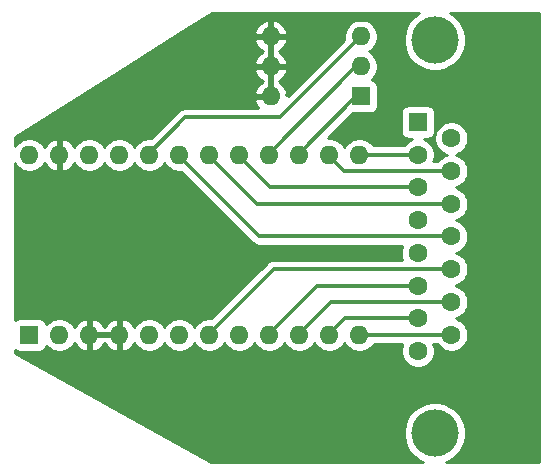
<source format=gbr>
%TF.GenerationSoftware,KiCad,Pcbnew,5.1.8*%
%TF.CreationDate,2021-01-07T17:22:46+01:00*%
%TF.ProjectId,gameport-adapter,67616d65-706f-4727-942d-616461707465,0.1*%
%TF.SameCoordinates,Original*%
%TF.FileFunction,Copper,L1,Top*%
%TF.FilePolarity,Positive*%
%FSLAX46Y46*%
G04 Gerber Fmt 4.6, Leading zero omitted, Abs format (unit mm)*
G04 Created by KiCad (PCBNEW 5.1.8) date 2021-01-07 17:22:46*
%MOMM*%
%LPD*%
G01*
G04 APERTURE LIST*
%TA.AperFunction,ComponentPad*%
%ADD10O,1.600000X1.600000*%
%TD*%
%TA.AperFunction,ComponentPad*%
%ADD11R,1.600000X1.600000*%
%TD*%
%TA.AperFunction,ComponentPad*%
%ADD12C,4.000000*%
%TD*%
%TA.AperFunction,ComponentPad*%
%ADD13C,1.600000*%
%TD*%
%TA.AperFunction,Conductor*%
%ADD14C,0.350000*%
%TD*%
%TA.AperFunction,Conductor*%
%ADD15C,0.254000*%
%TD*%
%TA.AperFunction,Conductor*%
%ADD16C,0.100000*%
%TD*%
G04 APERTURE END LIST*
D10*
%TO.P,SW1,6*%
%TO.N,GND*%
X99187000Y-76327000D03*
%TO.P,SW1,3*%
%TO.N,SW3*%
X106807000Y-71247000D03*
%TO.P,SW1,5*%
%TO.N,GND*%
X99187000Y-73787000D03*
%TO.P,SW1,2*%
%TO.N,SW2*%
X106807000Y-73787000D03*
%TO.P,SW1,4*%
%TO.N,GND*%
X99187000Y-71247000D03*
D11*
%TO.P,SW1,1*%
%TO.N,SW1*%
X106807000Y-76327000D03*
%TD*%
D10*
%TO.P,U1,24*%
%TO.N,N/C*%
X78740000Y-81280000D03*
%TO.P,U1,12*%
%TO.N,MIDI_RXD*%
X106680000Y-96520000D03*
%TO.P,U1,23*%
%TO.N,GND*%
X81280000Y-81280000D03*
%TO.P,U1,11*%
%TO.N,Button_2*%
X104140000Y-96520000D03*
%TO.P,U1,22*%
%TO.N,N/C*%
X83820000Y-81280000D03*
%TO.P,U1,10*%
%TO.N,Button_4*%
X101600000Y-96520000D03*
%TO.P,U1,21*%
%TO.N,VCC*%
X86360000Y-81280000D03*
%TO.P,U1,9*%
%TO.N,AxisY_1*%
X99060000Y-96520000D03*
%TO.P,U1,20*%
%TO.N,SW3*%
X88900000Y-81280000D03*
%TO.P,U1,8*%
%TO.N,N/C*%
X96520000Y-96520000D03*
%TO.P,U1,19*%
%TO.N,MIDI_TXD*%
X91440000Y-81280000D03*
%TO.P,U1,7*%
%TO.N,AxisY_2*%
X93980000Y-96520000D03*
%TO.P,U1,18*%
%TO.N,AxisX_2*%
X93980000Y-81280000D03*
%TO.P,U1,6*%
%TO.N,N/C*%
X91440000Y-96520000D03*
%TO.P,U1,17*%
%TO.N,AxisX_1*%
X96520000Y-81280000D03*
%TO.P,U1,5*%
%TO.N,N/C*%
X88900000Y-96520000D03*
%TO.P,U1,16*%
%TO.N,SW2*%
X99060000Y-81280000D03*
%TO.P,U1,4*%
%TO.N,GND*%
X86360000Y-96520000D03*
%TO.P,U1,15*%
%TO.N,SW1*%
X101600000Y-81280000D03*
%TO.P,U1,3*%
%TO.N,GND*%
X83820000Y-96520000D03*
%TO.P,U1,14*%
%TO.N,Button_3*%
X104140000Y-81280000D03*
%TO.P,U1,2*%
%TO.N,N/C*%
X81280000Y-96520000D03*
%TO.P,U1,13*%
%TO.N,Button_1*%
X106680000Y-81280000D03*
D11*
%TO.P,U1,1*%
%TO.N,N/C*%
X78740000Y-96520000D03*
%TD*%
D12*
%TO.P,CONN1,0*%
%TO.N,N/C*%
X113053000Y-71531000D03*
X113053000Y-104831000D03*
D13*
%TO.P,CONN1,15*%
%TO.N,MIDI_RXD*%
X114473000Y-96491000D03*
%TO.P,CONN1,14*%
%TO.N,Button_4*%
X114473000Y-93721000D03*
%TO.P,CONN1,13*%
%TO.N,AxisY_2*%
X114473000Y-90951000D03*
%TO.P,CONN1,12*%
%TO.N,MIDI_TXD*%
X114473000Y-88181000D03*
%TO.P,CONN1,11*%
%TO.N,AxisX_2*%
X114473000Y-85411000D03*
%TO.P,CONN1,10*%
%TO.N,Button_3*%
X114473000Y-82641000D03*
%TO.P,CONN1,9*%
%TO.N,VCC*%
X114473000Y-79871000D03*
%TO.P,CONN1,8*%
X111633000Y-97876000D03*
%TO.P,CONN1,7*%
%TO.N,Button_2*%
X111633000Y-95106000D03*
%TO.P,CONN1,6*%
%TO.N,AxisY_1*%
X111633000Y-92336000D03*
%TO.P,CONN1,5*%
%TO.N,GND*%
X111633000Y-89566000D03*
%TO.P,CONN1,4*%
X111633000Y-86796000D03*
%TO.P,CONN1,3*%
%TO.N,AxisX_1*%
X111633000Y-84026000D03*
%TO.P,CONN1,2*%
%TO.N,Button_1*%
X111633000Y-81256000D03*
D11*
%TO.P,CONN1,1*%
%TO.N,VCC*%
X111633000Y-78486000D03*
%TD*%
D14*
%TO.N,Button_4*%
X104272000Y-93721000D02*
X101473000Y-96520000D01*
X114473000Y-93721000D02*
X104272000Y-93721000D01*
%TO.N,Button_3*%
X105374000Y-82641000D02*
X104013000Y-81280000D01*
X114473000Y-82641000D02*
X105374000Y-82641000D01*
%TO.N,AxisY_2*%
X99422000Y-90951000D02*
X93853000Y-96520000D01*
X114473000Y-90951000D02*
X99422000Y-90951000D01*
%TO.N,Button_2*%
X105427000Y-95106000D02*
X104013000Y-96520000D01*
X111633000Y-95106000D02*
X105427000Y-95106000D01*
%TO.N,AxisX_2*%
X97984000Y-85411000D02*
X93853000Y-81280000D01*
X114473000Y-85411000D02*
X97984000Y-85411000D01*
%TO.N,Button_1*%
X106577000Y-81256000D02*
X106553000Y-81280000D01*
X111633000Y-81256000D02*
X106577000Y-81256000D01*
%TO.N,AxisY_1*%
X103117000Y-92336000D02*
X98933000Y-96520000D01*
X111633000Y-92336000D02*
X103117000Y-92336000D01*
%TO.N,AxisX_1*%
X99139000Y-84026000D02*
X96393000Y-81280000D01*
X111633000Y-84026000D02*
X99139000Y-84026000D01*
%TO.N,MIDI_RXD*%
X106582000Y-96491000D02*
X106553000Y-96520000D01*
X114473000Y-96491000D02*
X106582000Y-96491000D01*
%TO.N,MIDI_TXD*%
X98214000Y-88181000D02*
X91313000Y-81280000D01*
X114473000Y-88181000D02*
X98214000Y-88181000D01*
%TO.N,SW3*%
X99949000Y-78105000D02*
X106807000Y-71247000D01*
X91948000Y-78105000D02*
X99949000Y-78105000D01*
X88773000Y-81280000D02*
X91948000Y-78105000D01*
%TO.N,SW2*%
X106426000Y-73787000D02*
X106807000Y-73787000D01*
X98933000Y-81280000D02*
X106426000Y-73787000D01*
%TO.N,SW1*%
X106426000Y-76327000D02*
X106807000Y-76327000D01*
X101473000Y-81280000D02*
X106426000Y-76327000D01*
%TD*%
D15*
%TO.N,GND*%
X111373285Y-69484262D02*
X111006262Y-69851285D01*
X110717893Y-70282859D01*
X110519261Y-70762399D01*
X110418000Y-71271475D01*
X110418000Y-71790525D01*
X110519261Y-72299601D01*
X110717893Y-72779141D01*
X111006262Y-73210715D01*
X111373285Y-73577738D01*
X111804859Y-73866107D01*
X112284399Y-74064739D01*
X112793475Y-74166000D01*
X113312525Y-74166000D01*
X113821601Y-74064739D01*
X114301141Y-73866107D01*
X114732715Y-73577738D01*
X115099738Y-73210715D01*
X115388107Y-72779141D01*
X115586739Y-72299601D01*
X115688000Y-71790525D01*
X115688000Y-71271475D01*
X115586739Y-70762399D01*
X115388107Y-70282859D01*
X115099738Y-69851285D01*
X114732715Y-69484262D01*
X114367152Y-69240000D01*
X121895000Y-69240000D01*
X121895001Y-107290000D01*
X114002037Y-107290000D01*
X114301141Y-107166107D01*
X114732715Y-106877738D01*
X115099738Y-106510715D01*
X115388107Y-106079141D01*
X115586739Y-105599601D01*
X115688000Y-105090525D01*
X115688000Y-104571475D01*
X115586739Y-104062399D01*
X115388107Y-103582859D01*
X115099738Y-103151285D01*
X114732715Y-102784262D01*
X114301141Y-102495893D01*
X113821601Y-102297261D01*
X113312525Y-102196000D01*
X112793475Y-102196000D01*
X112284399Y-102297261D01*
X111804859Y-102495893D01*
X111373285Y-102784262D01*
X111006262Y-103151285D01*
X110717893Y-103582859D01*
X110519261Y-104062399D01*
X110418000Y-104571475D01*
X110418000Y-105090525D01*
X110519261Y-105599601D01*
X110717893Y-106079141D01*
X111006262Y-106510715D01*
X111373285Y-106877738D01*
X111804859Y-107166107D01*
X112103963Y-107290000D01*
X94151023Y-107290000D01*
X77495000Y-98036655D01*
X77495000Y-97776261D01*
X77585506Y-97850537D01*
X77695820Y-97909502D01*
X77815518Y-97945812D01*
X77940000Y-97958072D01*
X79540000Y-97958072D01*
X79664482Y-97945812D01*
X79784180Y-97909502D01*
X79894494Y-97850537D01*
X79991185Y-97771185D01*
X80070537Y-97674494D01*
X80129502Y-97564180D01*
X80165812Y-97444482D01*
X80166643Y-97436039D01*
X80365241Y-97634637D01*
X80600273Y-97791680D01*
X80861426Y-97899853D01*
X81138665Y-97955000D01*
X81421335Y-97955000D01*
X81698574Y-97899853D01*
X81959727Y-97791680D01*
X82194759Y-97634637D01*
X82394637Y-97434759D01*
X82551680Y-97199727D01*
X82556067Y-97189135D01*
X82667615Y-97375131D01*
X82856586Y-97583519D01*
X83082580Y-97751037D01*
X83336913Y-97871246D01*
X83470961Y-97911904D01*
X83693000Y-97789915D01*
X83693000Y-96647000D01*
X83947000Y-96647000D01*
X83947000Y-97789915D01*
X84169039Y-97911904D01*
X84303087Y-97871246D01*
X84557420Y-97751037D01*
X84783414Y-97583519D01*
X84972385Y-97375131D01*
X85090000Y-97179018D01*
X85207615Y-97375131D01*
X85396586Y-97583519D01*
X85622580Y-97751037D01*
X85876913Y-97871246D01*
X86010961Y-97911904D01*
X86233000Y-97789915D01*
X86233000Y-96647000D01*
X83947000Y-96647000D01*
X83693000Y-96647000D01*
X83673000Y-96647000D01*
X83673000Y-96393000D01*
X83693000Y-96393000D01*
X83693000Y-95250085D01*
X83947000Y-95250085D01*
X83947000Y-96393000D01*
X86233000Y-96393000D01*
X86233000Y-95250085D01*
X86010961Y-95128096D01*
X85876913Y-95168754D01*
X85622580Y-95288963D01*
X85396586Y-95456481D01*
X85207615Y-95664869D01*
X85090000Y-95860982D01*
X84972385Y-95664869D01*
X84783414Y-95456481D01*
X84557420Y-95288963D01*
X84303087Y-95168754D01*
X84169039Y-95128096D01*
X83947000Y-95250085D01*
X83693000Y-95250085D01*
X83470961Y-95128096D01*
X83336913Y-95168754D01*
X83082580Y-95288963D01*
X82856586Y-95456481D01*
X82667615Y-95664869D01*
X82556067Y-95850865D01*
X82551680Y-95840273D01*
X82394637Y-95605241D01*
X82194759Y-95405363D01*
X81959727Y-95248320D01*
X81698574Y-95140147D01*
X81421335Y-95085000D01*
X81138665Y-95085000D01*
X80861426Y-95140147D01*
X80600273Y-95248320D01*
X80365241Y-95405363D01*
X80166643Y-95603961D01*
X80165812Y-95595518D01*
X80129502Y-95475820D01*
X80070537Y-95365506D01*
X79991185Y-95268815D01*
X79894494Y-95189463D01*
X79784180Y-95130498D01*
X79664482Y-95094188D01*
X79540000Y-95081928D01*
X77940000Y-95081928D01*
X77815518Y-95094188D01*
X77695820Y-95130498D01*
X77585506Y-95189463D01*
X77495000Y-95263739D01*
X77495000Y-81999657D01*
X77625363Y-82194759D01*
X77825241Y-82394637D01*
X78060273Y-82551680D01*
X78321426Y-82659853D01*
X78598665Y-82715000D01*
X78881335Y-82715000D01*
X79158574Y-82659853D01*
X79419727Y-82551680D01*
X79654759Y-82394637D01*
X79854637Y-82194759D01*
X80011680Y-81959727D01*
X80016067Y-81949135D01*
X80127615Y-82135131D01*
X80316586Y-82343519D01*
X80542580Y-82511037D01*
X80796913Y-82631246D01*
X80930961Y-82671904D01*
X81153000Y-82549915D01*
X81153000Y-81407000D01*
X81133000Y-81407000D01*
X81133000Y-81153000D01*
X81153000Y-81153000D01*
X81153000Y-80010085D01*
X81407000Y-80010085D01*
X81407000Y-81153000D01*
X81427000Y-81153000D01*
X81427000Y-81407000D01*
X81407000Y-81407000D01*
X81407000Y-82549915D01*
X81629039Y-82671904D01*
X81763087Y-82631246D01*
X82017420Y-82511037D01*
X82243414Y-82343519D01*
X82432385Y-82135131D01*
X82543933Y-81949135D01*
X82548320Y-81959727D01*
X82705363Y-82194759D01*
X82905241Y-82394637D01*
X83140273Y-82551680D01*
X83401426Y-82659853D01*
X83678665Y-82715000D01*
X83961335Y-82715000D01*
X84238574Y-82659853D01*
X84499727Y-82551680D01*
X84734759Y-82394637D01*
X84934637Y-82194759D01*
X85090000Y-81962241D01*
X85245363Y-82194759D01*
X85445241Y-82394637D01*
X85680273Y-82551680D01*
X85941426Y-82659853D01*
X86218665Y-82715000D01*
X86501335Y-82715000D01*
X86778574Y-82659853D01*
X87039727Y-82551680D01*
X87274759Y-82394637D01*
X87474637Y-82194759D01*
X87630000Y-81962241D01*
X87785363Y-82194759D01*
X87985241Y-82394637D01*
X88220273Y-82551680D01*
X88481426Y-82659853D01*
X88758665Y-82715000D01*
X89041335Y-82715000D01*
X89318574Y-82659853D01*
X89579727Y-82551680D01*
X89814759Y-82394637D01*
X90014637Y-82194759D01*
X90170000Y-81962241D01*
X90325363Y-82194759D01*
X90525241Y-82394637D01*
X90760273Y-82551680D01*
X91021426Y-82659853D01*
X91298665Y-82715000D01*
X91581335Y-82715000D01*
X91598978Y-82711490D01*
X97613105Y-88725618D01*
X97638472Y-88756528D01*
X97761811Y-88857749D01*
X97902527Y-88932963D01*
X98055212Y-88979280D01*
X98174209Y-88991000D01*
X98174212Y-88991000D01*
X98214000Y-88994919D01*
X98253788Y-88991000D01*
X110317539Y-88991000D01*
X110275429Y-89079996D01*
X110206700Y-89354184D01*
X110192783Y-89636512D01*
X110234213Y-89916130D01*
X110314630Y-90141000D01*
X99461787Y-90141000D01*
X99421999Y-90137081D01*
X99382211Y-90141000D01*
X99382209Y-90141000D01*
X99263212Y-90152720D01*
X99110527Y-90199037D01*
X99045024Y-90234049D01*
X98969810Y-90274251D01*
X98914210Y-90319881D01*
X98846472Y-90375472D01*
X98821105Y-90406382D01*
X94138978Y-95088510D01*
X94121335Y-95085000D01*
X93838665Y-95085000D01*
X93561426Y-95140147D01*
X93300273Y-95248320D01*
X93065241Y-95405363D01*
X92865363Y-95605241D01*
X92710000Y-95837759D01*
X92554637Y-95605241D01*
X92354759Y-95405363D01*
X92119727Y-95248320D01*
X91858574Y-95140147D01*
X91581335Y-95085000D01*
X91298665Y-95085000D01*
X91021426Y-95140147D01*
X90760273Y-95248320D01*
X90525241Y-95405363D01*
X90325363Y-95605241D01*
X90170000Y-95837759D01*
X90014637Y-95605241D01*
X89814759Y-95405363D01*
X89579727Y-95248320D01*
X89318574Y-95140147D01*
X89041335Y-95085000D01*
X88758665Y-95085000D01*
X88481426Y-95140147D01*
X88220273Y-95248320D01*
X87985241Y-95405363D01*
X87785363Y-95605241D01*
X87628320Y-95840273D01*
X87623933Y-95850865D01*
X87512385Y-95664869D01*
X87323414Y-95456481D01*
X87097420Y-95288963D01*
X86843087Y-95168754D01*
X86709039Y-95128096D01*
X86487000Y-95250085D01*
X86487000Y-96393000D01*
X86507000Y-96393000D01*
X86507000Y-96647000D01*
X86487000Y-96647000D01*
X86487000Y-97789915D01*
X86709039Y-97911904D01*
X86843087Y-97871246D01*
X87097420Y-97751037D01*
X87323414Y-97583519D01*
X87512385Y-97375131D01*
X87623933Y-97189135D01*
X87628320Y-97199727D01*
X87785363Y-97434759D01*
X87985241Y-97634637D01*
X88220273Y-97791680D01*
X88481426Y-97899853D01*
X88758665Y-97955000D01*
X89041335Y-97955000D01*
X89318574Y-97899853D01*
X89579727Y-97791680D01*
X89814759Y-97634637D01*
X90014637Y-97434759D01*
X90170000Y-97202241D01*
X90325363Y-97434759D01*
X90525241Y-97634637D01*
X90760273Y-97791680D01*
X91021426Y-97899853D01*
X91298665Y-97955000D01*
X91581335Y-97955000D01*
X91858574Y-97899853D01*
X92119727Y-97791680D01*
X92354759Y-97634637D01*
X92554637Y-97434759D01*
X92710000Y-97202241D01*
X92865363Y-97434759D01*
X93065241Y-97634637D01*
X93300273Y-97791680D01*
X93561426Y-97899853D01*
X93838665Y-97955000D01*
X94121335Y-97955000D01*
X94398574Y-97899853D01*
X94659727Y-97791680D01*
X94894759Y-97634637D01*
X95094637Y-97434759D01*
X95250000Y-97202241D01*
X95405363Y-97434759D01*
X95605241Y-97634637D01*
X95840273Y-97791680D01*
X96101426Y-97899853D01*
X96378665Y-97955000D01*
X96661335Y-97955000D01*
X96938574Y-97899853D01*
X97199727Y-97791680D01*
X97434759Y-97634637D01*
X97634637Y-97434759D01*
X97790000Y-97202241D01*
X97945363Y-97434759D01*
X98145241Y-97634637D01*
X98380273Y-97791680D01*
X98641426Y-97899853D01*
X98918665Y-97955000D01*
X99201335Y-97955000D01*
X99478574Y-97899853D01*
X99739727Y-97791680D01*
X99974759Y-97634637D01*
X100174637Y-97434759D01*
X100330000Y-97202241D01*
X100485363Y-97434759D01*
X100685241Y-97634637D01*
X100920273Y-97791680D01*
X101181426Y-97899853D01*
X101458665Y-97955000D01*
X101741335Y-97955000D01*
X102018574Y-97899853D01*
X102279727Y-97791680D01*
X102514759Y-97634637D01*
X102714637Y-97434759D01*
X102870000Y-97202241D01*
X103025363Y-97434759D01*
X103225241Y-97634637D01*
X103460273Y-97791680D01*
X103721426Y-97899853D01*
X103998665Y-97955000D01*
X104281335Y-97955000D01*
X104558574Y-97899853D01*
X104819727Y-97791680D01*
X105054759Y-97634637D01*
X105254637Y-97434759D01*
X105410000Y-97202241D01*
X105565363Y-97434759D01*
X105765241Y-97634637D01*
X106000273Y-97791680D01*
X106261426Y-97899853D01*
X106538665Y-97955000D01*
X106821335Y-97955000D01*
X107098574Y-97899853D01*
X107359727Y-97791680D01*
X107594759Y-97634637D01*
X107794637Y-97434759D01*
X107884012Y-97301000D01*
X110317941Y-97301000D01*
X110253147Y-97457426D01*
X110198000Y-97734665D01*
X110198000Y-98017335D01*
X110253147Y-98294574D01*
X110361320Y-98555727D01*
X110518363Y-98790759D01*
X110718241Y-98990637D01*
X110953273Y-99147680D01*
X111214426Y-99255853D01*
X111491665Y-99311000D01*
X111774335Y-99311000D01*
X112051574Y-99255853D01*
X112312727Y-99147680D01*
X112547759Y-98990637D01*
X112747637Y-98790759D01*
X112904680Y-98555727D01*
X113012853Y-98294574D01*
X113068000Y-98017335D01*
X113068000Y-97734665D01*
X113012853Y-97457426D01*
X112948059Y-97301000D01*
X113288365Y-97301000D01*
X113358363Y-97405759D01*
X113558241Y-97605637D01*
X113793273Y-97762680D01*
X114054426Y-97870853D01*
X114331665Y-97926000D01*
X114614335Y-97926000D01*
X114891574Y-97870853D01*
X115152727Y-97762680D01*
X115387759Y-97605637D01*
X115587637Y-97405759D01*
X115744680Y-97170727D01*
X115852853Y-96909574D01*
X115908000Y-96632335D01*
X115908000Y-96349665D01*
X115852853Y-96072426D01*
X115744680Y-95811273D01*
X115587637Y-95576241D01*
X115387759Y-95376363D01*
X115152727Y-95219320D01*
X114891574Y-95111147D01*
X114865699Y-95106000D01*
X114891574Y-95100853D01*
X115152727Y-94992680D01*
X115387759Y-94835637D01*
X115587637Y-94635759D01*
X115744680Y-94400727D01*
X115852853Y-94139574D01*
X115908000Y-93862335D01*
X115908000Y-93579665D01*
X115852853Y-93302426D01*
X115744680Y-93041273D01*
X115587637Y-92806241D01*
X115387759Y-92606363D01*
X115152727Y-92449320D01*
X114891574Y-92341147D01*
X114865699Y-92336000D01*
X114891574Y-92330853D01*
X115152727Y-92222680D01*
X115387759Y-92065637D01*
X115587637Y-91865759D01*
X115744680Y-91630727D01*
X115852853Y-91369574D01*
X115908000Y-91092335D01*
X115908000Y-90809665D01*
X115852853Y-90532426D01*
X115744680Y-90271273D01*
X115587637Y-90036241D01*
X115387759Y-89836363D01*
X115152727Y-89679320D01*
X114891574Y-89571147D01*
X114865699Y-89566000D01*
X114891574Y-89560853D01*
X115152727Y-89452680D01*
X115387759Y-89295637D01*
X115587637Y-89095759D01*
X115744680Y-88860727D01*
X115852853Y-88599574D01*
X115908000Y-88322335D01*
X115908000Y-88039665D01*
X115852853Y-87762426D01*
X115744680Y-87501273D01*
X115587637Y-87266241D01*
X115387759Y-87066363D01*
X115152727Y-86909320D01*
X114891574Y-86801147D01*
X114865699Y-86796000D01*
X114891574Y-86790853D01*
X115152727Y-86682680D01*
X115387759Y-86525637D01*
X115587637Y-86325759D01*
X115744680Y-86090727D01*
X115852853Y-85829574D01*
X115908000Y-85552335D01*
X115908000Y-85269665D01*
X115852853Y-84992426D01*
X115744680Y-84731273D01*
X115587637Y-84496241D01*
X115387759Y-84296363D01*
X115152727Y-84139320D01*
X114891574Y-84031147D01*
X114865699Y-84026000D01*
X114891574Y-84020853D01*
X115152727Y-83912680D01*
X115387759Y-83755637D01*
X115587637Y-83555759D01*
X115744680Y-83320727D01*
X115852853Y-83059574D01*
X115908000Y-82782335D01*
X115908000Y-82499665D01*
X115852853Y-82222426D01*
X115744680Y-81961273D01*
X115587637Y-81726241D01*
X115387759Y-81526363D01*
X115152727Y-81369320D01*
X114891574Y-81261147D01*
X114865699Y-81256000D01*
X114891574Y-81250853D01*
X115152727Y-81142680D01*
X115387759Y-80985637D01*
X115587637Y-80785759D01*
X115744680Y-80550727D01*
X115852853Y-80289574D01*
X115908000Y-80012335D01*
X115908000Y-79729665D01*
X115852853Y-79452426D01*
X115744680Y-79191273D01*
X115587637Y-78956241D01*
X115387759Y-78756363D01*
X115152727Y-78599320D01*
X114891574Y-78491147D01*
X114614335Y-78436000D01*
X114331665Y-78436000D01*
X114054426Y-78491147D01*
X113793273Y-78599320D01*
X113558241Y-78756363D01*
X113358363Y-78956241D01*
X113201320Y-79191273D01*
X113093147Y-79452426D01*
X113038000Y-79729665D01*
X113038000Y-80012335D01*
X113093147Y-80289574D01*
X113201320Y-80550727D01*
X113358363Y-80785759D01*
X113558241Y-80985637D01*
X113793273Y-81142680D01*
X114054426Y-81250853D01*
X114080301Y-81256000D01*
X114054426Y-81261147D01*
X113793273Y-81369320D01*
X113558241Y-81526363D01*
X113358363Y-81726241D01*
X113288365Y-81831000D01*
X112948059Y-81831000D01*
X113012853Y-81674574D01*
X113068000Y-81397335D01*
X113068000Y-81114665D01*
X113012853Y-80837426D01*
X112904680Y-80576273D01*
X112747637Y-80341241D01*
X112547759Y-80141363D01*
X112312727Y-79984320D01*
X112167275Y-79924072D01*
X112433000Y-79924072D01*
X112557482Y-79911812D01*
X112677180Y-79875502D01*
X112787494Y-79816537D01*
X112884185Y-79737185D01*
X112963537Y-79640494D01*
X113022502Y-79530180D01*
X113058812Y-79410482D01*
X113071072Y-79286000D01*
X113071072Y-77686000D01*
X113058812Y-77561518D01*
X113022502Y-77441820D01*
X112963537Y-77331506D01*
X112884185Y-77234815D01*
X112787494Y-77155463D01*
X112677180Y-77096498D01*
X112557482Y-77060188D01*
X112433000Y-77047928D01*
X110833000Y-77047928D01*
X110708518Y-77060188D01*
X110588820Y-77096498D01*
X110478506Y-77155463D01*
X110381815Y-77234815D01*
X110302463Y-77331506D01*
X110243498Y-77441820D01*
X110207188Y-77561518D01*
X110194928Y-77686000D01*
X110194928Y-79286000D01*
X110207188Y-79410482D01*
X110243498Y-79530180D01*
X110302463Y-79640494D01*
X110381815Y-79737185D01*
X110478506Y-79816537D01*
X110588820Y-79875502D01*
X110708518Y-79911812D01*
X110833000Y-79924072D01*
X111098725Y-79924072D01*
X110953273Y-79984320D01*
X110718241Y-80141363D01*
X110518363Y-80341241D01*
X110448365Y-80446000D01*
X107848598Y-80446000D01*
X107794637Y-80365241D01*
X107594759Y-80165363D01*
X107359727Y-80008320D01*
X107098574Y-79900147D01*
X106821335Y-79845000D01*
X106538665Y-79845000D01*
X106261426Y-79900147D01*
X106000273Y-80008320D01*
X105765241Y-80165363D01*
X105565363Y-80365241D01*
X105410000Y-80597759D01*
X105254637Y-80365241D01*
X105054759Y-80165363D01*
X104819727Y-80008320D01*
X104558574Y-79900147D01*
X104281335Y-79845000D01*
X104053512Y-79845000D01*
X106133441Y-77765072D01*
X107607000Y-77765072D01*
X107731482Y-77752812D01*
X107851180Y-77716502D01*
X107961494Y-77657537D01*
X108058185Y-77578185D01*
X108137537Y-77481494D01*
X108196502Y-77371180D01*
X108232812Y-77251482D01*
X108245072Y-77127000D01*
X108245072Y-75527000D01*
X108232812Y-75402518D01*
X108196502Y-75282820D01*
X108137537Y-75172506D01*
X108058185Y-75075815D01*
X107961494Y-74996463D01*
X107851180Y-74937498D01*
X107731482Y-74901188D01*
X107723039Y-74900357D01*
X107921637Y-74701759D01*
X108078680Y-74466727D01*
X108186853Y-74205574D01*
X108242000Y-73928335D01*
X108242000Y-73645665D01*
X108186853Y-73368426D01*
X108078680Y-73107273D01*
X107921637Y-72872241D01*
X107721759Y-72672363D01*
X107489241Y-72517000D01*
X107721759Y-72361637D01*
X107921637Y-72161759D01*
X108078680Y-71926727D01*
X108186853Y-71665574D01*
X108242000Y-71388335D01*
X108242000Y-71105665D01*
X108186853Y-70828426D01*
X108078680Y-70567273D01*
X107921637Y-70332241D01*
X107721759Y-70132363D01*
X107486727Y-69975320D01*
X107225574Y-69867147D01*
X106948335Y-69812000D01*
X106665665Y-69812000D01*
X106388426Y-69867147D01*
X106127273Y-69975320D01*
X105892241Y-70132363D01*
X105692363Y-70332241D01*
X105535320Y-70567273D01*
X105427147Y-70828426D01*
X105372000Y-71105665D01*
X105372000Y-71388335D01*
X105396580Y-71511907D01*
X100622000Y-76286488D01*
X100622000Y-76199998D01*
X100456916Y-76199998D01*
X100578904Y-75977961D01*
X100538246Y-75843913D01*
X100418037Y-75589580D01*
X100250519Y-75363586D01*
X100042131Y-75174615D01*
X99846018Y-75057000D01*
X100042131Y-74939385D01*
X100250519Y-74750414D01*
X100418037Y-74524420D01*
X100538246Y-74270087D01*
X100578904Y-74136039D01*
X100456915Y-73914000D01*
X99314000Y-73914000D01*
X99314000Y-76200000D01*
X99334000Y-76200000D01*
X99334000Y-76454000D01*
X99314000Y-76454000D01*
X99314000Y-76474000D01*
X99060000Y-76474000D01*
X99060000Y-76454000D01*
X97917085Y-76454000D01*
X97795096Y-76676039D01*
X97835754Y-76810087D01*
X97955963Y-77064420D01*
X98123481Y-77290414D01*
X98128538Y-77295000D01*
X91987787Y-77295000D01*
X91947999Y-77291081D01*
X91908211Y-77295000D01*
X91908209Y-77295000D01*
X91789212Y-77306720D01*
X91636527Y-77353037D01*
X91602584Y-77371180D01*
X91495810Y-77428251D01*
X91440210Y-77473881D01*
X91372472Y-77529472D01*
X91347107Y-77560380D01*
X89058978Y-79848510D01*
X89041335Y-79845000D01*
X88758665Y-79845000D01*
X88481426Y-79900147D01*
X88220273Y-80008320D01*
X87985241Y-80165363D01*
X87785363Y-80365241D01*
X87630000Y-80597759D01*
X87474637Y-80365241D01*
X87274759Y-80165363D01*
X87039727Y-80008320D01*
X86778574Y-79900147D01*
X86501335Y-79845000D01*
X86218665Y-79845000D01*
X85941426Y-79900147D01*
X85680273Y-80008320D01*
X85445241Y-80165363D01*
X85245363Y-80365241D01*
X85090000Y-80597759D01*
X84934637Y-80365241D01*
X84734759Y-80165363D01*
X84499727Y-80008320D01*
X84238574Y-79900147D01*
X83961335Y-79845000D01*
X83678665Y-79845000D01*
X83401426Y-79900147D01*
X83140273Y-80008320D01*
X82905241Y-80165363D01*
X82705363Y-80365241D01*
X82548320Y-80600273D01*
X82543933Y-80610865D01*
X82432385Y-80424869D01*
X82243414Y-80216481D01*
X82017420Y-80048963D01*
X81763087Y-79928754D01*
X81629039Y-79888096D01*
X81407000Y-80010085D01*
X81153000Y-80010085D01*
X80930961Y-79888096D01*
X80796913Y-79928754D01*
X80542580Y-80048963D01*
X80316586Y-80216481D01*
X80127615Y-80424869D01*
X80016067Y-80610865D01*
X80011680Y-80600273D01*
X79854637Y-80365241D01*
X79654759Y-80165363D01*
X79419727Y-80008320D01*
X79158574Y-79900147D01*
X78881335Y-79845000D01*
X78598665Y-79845000D01*
X78321426Y-79900147D01*
X78060273Y-80008320D01*
X77825241Y-80165363D01*
X77625363Y-80365241D01*
X77495000Y-80560343D01*
X77495000Y-79739370D01*
X86394409Y-74136039D01*
X97795096Y-74136039D01*
X97835754Y-74270087D01*
X97955963Y-74524420D01*
X98123481Y-74750414D01*
X98331869Y-74939385D01*
X98527982Y-75057000D01*
X98331869Y-75174615D01*
X98123481Y-75363586D01*
X97955963Y-75589580D01*
X97835754Y-75843913D01*
X97795096Y-75977961D01*
X97917085Y-76200000D01*
X99060000Y-76200000D01*
X99060000Y-73914000D01*
X97917085Y-73914000D01*
X97795096Y-74136039D01*
X86394409Y-74136039D01*
X90428527Y-71596039D01*
X97795096Y-71596039D01*
X97835754Y-71730087D01*
X97955963Y-71984420D01*
X98123481Y-72210414D01*
X98331869Y-72399385D01*
X98527982Y-72517000D01*
X98331869Y-72634615D01*
X98123481Y-72823586D01*
X97955963Y-73049580D01*
X97835754Y-73303913D01*
X97795096Y-73437961D01*
X97917085Y-73660000D01*
X99060000Y-73660000D01*
X99060000Y-71374000D01*
X99314000Y-71374000D01*
X99314000Y-73660000D01*
X100456915Y-73660000D01*
X100578904Y-73437961D01*
X100538246Y-73303913D01*
X100418037Y-73049580D01*
X100250519Y-72823586D01*
X100042131Y-72634615D01*
X99846018Y-72517000D01*
X100042131Y-72399385D01*
X100250519Y-72210414D01*
X100418037Y-71984420D01*
X100538246Y-71730087D01*
X100578904Y-71596039D01*
X100456915Y-71374000D01*
X99314000Y-71374000D01*
X99060000Y-71374000D01*
X97917085Y-71374000D01*
X97795096Y-71596039D01*
X90428527Y-71596039D01*
X91537239Y-70897961D01*
X97795096Y-70897961D01*
X97917085Y-71120000D01*
X99060000Y-71120000D01*
X99060000Y-69976376D01*
X99314000Y-69976376D01*
X99314000Y-71120000D01*
X100456915Y-71120000D01*
X100578904Y-70897961D01*
X100538246Y-70763913D01*
X100418037Y-70509580D01*
X100250519Y-70283586D01*
X100042131Y-70094615D01*
X99800881Y-69949930D01*
X99536040Y-69855091D01*
X99314000Y-69976376D01*
X99060000Y-69976376D01*
X98837960Y-69855091D01*
X98573119Y-69949930D01*
X98331869Y-70094615D01*
X98123481Y-70283586D01*
X97955963Y-70509580D01*
X97835754Y-70763913D01*
X97795096Y-70897961D01*
X91537239Y-70897961D01*
X94170473Y-69240000D01*
X111738848Y-69240000D01*
X111373285Y-69484262D01*
%TA.AperFunction,Conductor*%
D16*
G36*
X111373285Y-69484262D02*
G01*
X111006262Y-69851285D01*
X110717893Y-70282859D01*
X110519261Y-70762399D01*
X110418000Y-71271475D01*
X110418000Y-71790525D01*
X110519261Y-72299601D01*
X110717893Y-72779141D01*
X111006262Y-73210715D01*
X111373285Y-73577738D01*
X111804859Y-73866107D01*
X112284399Y-74064739D01*
X112793475Y-74166000D01*
X113312525Y-74166000D01*
X113821601Y-74064739D01*
X114301141Y-73866107D01*
X114732715Y-73577738D01*
X115099738Y-73210715D01*
X115388107Y-72779141D01*
X115586739Y-72299601D01*
X115688000Y-71790525D01*
X115688000Y-71271475D01*
X115586739Y-70762399D01*
X115388107Y-70282859D01*
X115099738Y-69851285D01*
X114732715Y-69484262D01*
X114367152Y-69240000D01*
X121895000Y-69240000D01*
X121895001Y-107290000D01*
X114002037Y-107290000D01*
X114301141Y-107166107D01*
X114732715Y-106877738D01*
X115099738Y-106510715D01*
X115388107Y-106079141D01*
X115586739Y-105599601D01*
X115688000Y-105090525D01*
X115688000Y-104571475D01*
X115586739Y-104062399D01*
X115388107Y-103582859D01*
X115099738Y-103151285D01*
X114732715Y-102784262D01*
X114301141Y-102495893D01*
X113821601Y-102297261D01*
X113312525Y-102196000D01*
X112793475Y-102196000D01*
X112284399Y-102297261D01*
X111804859Y-102495893D01*
X111373285Y-102784262D01*
X111006262Y-103151285D01*
X110717893Y-103582859D01*
X110519261Y-104062399D01*
X110418000Y-104571475D01*
X110418000Y-105090525D01*
X110519261Y-105599601D01*
X110717893Y-106079141D01*
X111006262Y-106510715D01*
X111373285Y-106877738D01*
X111804859Y-107166107D01*
X112103963Y-107290000D01*
X94151023Y-107290000D01*
X77495000Y-98036655D01*
X77495000Y-97776261D01*
X77585506Y-97850537D01*
X77695820Y-97909502D01*
X77815518Y-97945812D01*
X77940000Y-97958072D01*
X79540000Y-97958072D01*
X79664482Y-97945812D01*
X79784180Y-97909502D01*
X79894494Y-97850537D01*
X79991185Y-97771185D01*
X80070537Y-97674494D01*
X80129502Y-97564180D01*
X80165812Y-97444482D01*
X80166643Y-97436039D01*
X80365241Y-97634637D01*
X80600273Y-97791680D01*
X80861426Y-97899853D01*
X81138665Y-97955000D01*
X81421335Y-97955000D01*
X81698574Y-97899853D01*
X81959727Y-97791680D01*
X82194759Y-97634637D01*
X82394637Y-97434759D01*
X82551680Y-97199727D01*
X82556067Y-97189135D01*
X82667615Y-97375131D01*
X82856586Y-97583519D01*
X83082580Y-97751037D01*
X83336913Y-97871246D01*
X83470961Y-97911904D01*
X83693000Y-97789915D01*
X83693000Y-96647000D01*
X83947000Y-96647000D01*
X83947000Y-97789915D01*
X84169039Y-97911904D01*
X84303087Y-97871246D01*
X84557420Y-97751037D01*
X84783414Y-97583519D01*
X84972385Y-97375131D01*
X85090000Y-97179018D01*
X85207615Y-97375131D01*
X85396586Y-97583519D01*
X85622580Y-97751037D01*
X85876913Y-97871246D01*
X86010961Y-97911904D01*
X86233000Y-97789915D01*
X86233000Y-96647000D01*
X83947000Y-96647000D01*
X83693000Y-96647000D01*
X83673000Y-96647000D01*
X83673000Y-96393000D01*
X83693000Y-96393000D01*
X83693000Y-95250085D01*
X83947000Y-95250085D01*
X83947000Y-96393000D01*
X86233000Y-96393000D01*
X86233000Y-95250085D01*
X86010961Y-95128096D01*
X85876913Y-95168754D01*
X85622580Y-95288963D01*
X85396586Y-95456481D01*
X85207615Y-95664869D01*
X85090000Y-95860982D01*
X84972385Y-95664869D01*
X84783414Y-95456481D01*
X84557420Y-95288963D01*
X84303087Y-95168754D01*
X84169039Y-95128096D01*
X83947000Y-95250085D01*
X83693000Y-95250085D01*
X83470961Y-95128096D01*
X83336913Y-95168754D01*
X83082580Y-95288963D01*
X82856586Y-95456481D01*
X82667615Y-95664869D01*
X82556067Y-95850865D01*
X82551680Y-95840273D01*
X82394637Y-95605241D01*
X82194759Y-95405363D01*
X81959727Y-95248320D01*
X81698574Y-95140147D01*
X81421335Y-95085000D01*
X81138665Y-95085000D01*
X80861426Y-95140147D01*
X80600273Y-95248320D01*
X80365241Y-95405363D01*
X80166643Y-95603961D01*
X80165812Y-95595518D01*
X80129502Y-95475820D01*
X80070537Y-95365506D01*
X79991185Y-95268815D01*
X79894494Y-95189463D01*
X79784180Y-95130498D01*
X79664482Y-95094188D01*
X79540000Y-95081928D01*
X77940000Y-95081928D01*
X77815518Y-95094188D01*
X77695820Y-95130498D01*
X77585506Y-95189463D01*
X77495000Y-95263739D01*
X77495000Y-81999657D01*
X77625363Y-82194759D01*
X77825241Y-82394637D01*
X78060273Y-82551680D01*
X78321426Y-82659853D01*
X78598665Y-82715000D01*
X78881335Y-82715000D01*
X79158574Y-82659853D01*
X79419727Y-82551680D01*
X79654759Y-82394637D01*
X79854637Y-82194759D01*
X80011680Y-81959727D01*
X80016067Y-81949135D01*
X80127615Y-82135131D01*
X80316586Y-82343519D01*
X80542580Y-82511037D01*
X80796913Y-82631246D01*
X80930961Y-82671904D01*
X81153000Y-82549915D01*
X81153000Y-81407000D01*
X81133000Y-81407000D01*
X81133000Y-81153000D01*
X81153000Y-81153000D01*
X81153000Y-80010085D01*
X81407000Y-80010085D01*
X81407000Y-81153000D01*
X81427000Y-81153000D01*
X81427000Y-81407000D01*
X81407000Y-81407000D01*
X81407000Y-82549915D01*
X81629039Y-82671904D01*
X81763087Y-82631246D01*
X82017420Y-82511037D01*
X82243414Y-82343519D01*
X82432385Y-82135131D01*
X82543933Y-81949135D01*
X82548320Y-81959727D01*
X82705363Y-82194759D01*
X82905241Y-82394637D01*
X83140273Y-82551680D01*
X83401426Y-82659853D01*
X83678665Y-82715000D01*
X83961335Y-82715000D01*
X84238574Y-82659853D01*
X84499727Y-82551680D01*
X84734759Y-82394637D01*
X84934637Y-82194759D01*
X85090000Y-81962241D01*
X85245363Y-82194759D01*
X85445241Y-82394637D01*
X85680273Y-82551680D01*
X85941426Y-82659853D01*
X86218665Y-82715000D01*
X86501335Y-82715000D01*
X86778574Y-82659853D01*
X87039727Y-82551680D01*
X87274759Y-82394637D01*
X87474637Y-82194759D01*
X87630000Y-81962241D01*
X87785363Y-82194759D01*
X87985241Y-82394637D01*
X88220273Y-82551680D01*
X88481426Y-82659853D01*
X88758665Y-82715000D01*
X89041335Y-82715000D01*
X89318574Y-82659853D01*
X89579727Y-82551680D01*
X89814759Y-82394637D01*
X90014637Y-82194759D01*
X90170000Y-81962241D01*
X90325363Y-82194759D01*
X90525241Y-82394637D01*
X90760273Y-82551680D01*
X91021426Y-82659853D01*
X91298665Y-82715000D01*
X91581335Y-82715000D01*
X91598978Y-82711490D01*
X97613105Y-88725618D01*
X97638472Y-88756528D01*
X97761811Y-88857749D01*
X97902527Y-88932963D01*
X98055212Y-88979280D01*
X98174209Y-88991000D01*
X98174212Y-88991000D01*
X98214000Y-88994919D01*
X98253788Y-88991000D01*
X110317539Y-88991000D01*
X110275429Y-89079996D01*
X110206700Y-89354184D01*
X110192783Y-89636512D01*
X110234213Y-89916130D01*
X110314630Y-90141000D01*
X99461787Y-90141000D01*
X99421999Y-90137081D01*
X99382211Y-90141000D01*
X99382209Y-90141000D01*
X99263212Y-90152720D01*
X99110527Y-90199037D01*
X99045024Y-90234049D01*
X98969810Y-90274251D01*
X98914210Y-90319881D01*
X98846472Y-90375472D01*
X98821105Y-90406382D01*
X94138978Y-95088510D01*
X94121335Y-95085000D01*
X93838665Y-95085000D01*
X93561426Y-95140147D01*
X93300273Y-95248320D01*
X93065241Y-95405363D01*
X92865363Y-95605241D01*
X92710000Y-95837759D01*
X92554637Y-95605241D01*
X92354759Y-95405363D01*
X92119727Y-95248320D01*
X91858574Y-95140147D01*
X91581335Y-95085000D01*
X91298665Y-95085000D01*
X91021426Y-95140147D01*
X90760273Y-95248320D01*
X90525241Y-95405363D01*
X90325363Y-95605241D01*
X90170000Y-95837759D01*
X90014637Y-95605241D01*
X89814759Y-95405363D01*
X89579727Y-95248320D01*
X89318574Y-95140147D01*
X89041335Y-95085000D01*
X88758665Y-95085000D01*
X88481426Y-95140147D01*
X88220273Y-95248320D01*
X87985241Y-95405363D01*
X87785363Y-95605241D01*
X87628320Y-95840273D01*
X87623933Y-95850865D01*
X87512385Y-95664869D01*
X87323414Y-95456481D01*
X87097420Y-95288963D01*
X86843087Y-95168754D01*
X86709039Y-95128096D01*
X86487000Y-95250085D01*
X86487000Y-96393000D01*
X86507000Y-96393000D01*
X86507000Y-96647000D01*
X86487000Y-96647000D01*
X86487000Y-97789915D01*
X86709039Y-97911904D01*
X86843087Y-97871246D01*
X87097420Y-97751037D01*
X87323414Y-97583519D01*
X87512385Y-97375131D01*
X87623933Y-97189135D01*
X87628320Y-97199727D01*
X87785363Y-97434759D01*
X87985241Y-97634637D01*
X88220273Y-97791680D01*
X88481426Y-97899853D01*
X88758665Y-97955000D01*
X89041335Y-97955000D01*
X89318574Y-97899853D01*
X89579727Y-97791680D01*
X89814759Y-97634637D01*
X90014637Y-97434759D01*
X90170000Y-97202241D01*
X90325363Y-97434759D01*
X90525241Y-97634637D01*
X90760273Y-97791680D01*
X91021426Y-97899853D01*
X91298665Y-97955000D01*
X91581335Y-97955000D01*
X91858574Y-97899853D01*
X92119727Y-97791680D01*
X92354759Y-97634637D01*
X92554637Y-97434759D01*
X92710000Y-97202241D01*
X92865363Y-97434759D01*
X93065241Y-97634637D01*
X93300273Y-97791680D01*
X93561426Y-97899853D01*
X93838665Y-97955000D01*
X94121335Y-97955000D01*
X94398574Y-97899853D01*
X94659727Y-97791680D01*
X94894759Y-97634637D01*
X95094637Y-97434759D01*
X95250000Y-97202241D01*
X95405363Y-97434759D01*
X95605241Y-97634637D01*
X95840273Y-97791680D01*
X96101426Y-97899853D01*
X96378665Y-97955000D01*
X96661335Y-97955000D01*
X96938574Y-97899853D01*
X97199727Y-97791680D01*
X97434759Y-97634637D01*
X97634637Y-97434759D01*
X97790000Y-97202241D01*
X97945363Y-97434759D01*
X98145241Y-97634637D01*
X98380273Y-97791680D01*
X98641426Y-97899853D01*
X98918665Y-97955000D01*
X99201335Y-97955000D01*
X99478574Y-97899853D01*
X99739727Y-97791680D01*
X99974759Y-97634637D01*
X100174637Y-97434759D01*
X100330000Y-97202241D01*
X100485363Y-97434759D01*
X100685241Y-97634637D01*
X100920273Y-97791680D01*
X101181426Y-97899853D01*
X101458665Y-97955000D01*
X101741335Y-97955000D01*
X102018574Y-97899853D01*
X102279727Y-97791680D01*
X102514759Y-97634637D01*
X102714637Y-97434759D01*
X102870000Y-97202241D01*
X103025363Y-97434759D01*
X103225241Y-97634637D01*
X103460273Y-97791680D01*
X103721426Y-97899853D01*
X103998665Y-97955000D01*
X104281335Y-97955000D01*
X104558574Y-97899853D01*
X104819727Y-97791680D01*
X105054759Y-97634637D01*
X105254637Y-97434759D01*
X105410000Y-97202241D01*
X105565363Y-97434759D01*
X105765241Y-97634637D01*
X106000273Y-97791680D01*
X106261426Y-97899853D01*
X106538665Y-97955000D01*
X106821335Y-97955000D01*
X107098574Y-97899853D01*
X107359727Y-97791680D01*
X107594759Y-97634637D01*
X107794637Y-97434759D01*
X107884012Y-97301000D01*
X110317941Y-97301000D01*
X110253147Y-97457426D01*
X110198000Y-97734665D01*
X110198000Y-98017335D01*
X110253147Y-98294574D01*
X110361320Y-98555727D01*
X110518363Y-98790759D01*
X110718241Y-98990637D01*
X110953273Y-99147680D01*
X111214426Y-99255853D01*
X111491665Y-99311000D01*
X111774335Y-99311000D01*
X112051574Y-99255853D01*
X112312727Y-99147680D01*
X112547759Y-98990637D01*
X112747637Y-98790759D01*
X112904680Y-98555727D01*
X113012853Y-98294574D01*
X113068000Y-98017335D01*
X113068000Y-97734665D01*
X113012853Y-97457426D01*
X112948059Y-97301000D01*
X113288365Y-97301000D01*
X113358363Y-97405759D01*
X113558241Y-97605637D01*
X113793273Y-97762680D01*
X114054426Y-97870853D01*
X114331665Y-97926000D01*
X114614335Y-97926000D01*
X114891574Y-97870853D01*
X115152727Y-97762680D01*
X115387759Y-97605637D01*
X115587637Y-97405759D01*
X115744680Y-97170727D01*
X115852853Y-96909574D01*
X115908000Y-96632335D01*
X115908000Y-96349665D01*
X115852853Y-96072426D01*
X115744680Y-95811273D01*
X115587637Y-95576241D01*
X115387759Y-95376363D01*
X115152727Y-95219320D01*
X114891574Y-95111147D01*
X114865699Y-95106000D01*
X114891574Y-95100853D01*
X115152727Y-94992680D01*
X115387759Y-94835637D01*
X115587637Y-94635759D01*
X115744680Y-94400727D01*
X115852853Y-94139574D01*
X115908000Y-93862335D01*
X115908000Y-93579665D01*
X115852853Y-93302426D01*
X115744680Y-93041273D01*
X115587637Y-92806241D01*
X115387759Y-92606363D01*
X115152727Y-92449320D01*
X114891574Y-92341147D01*
X114865699Y-92336000D01*
X114891574Y-92330853D01*
X115152727Y-92222680D01*
X115387759Y-92065637D01*
X115587637Y-91865759D01*
X115744680Y-91630727D01*
X115852853Y-91369574D01*
X115908000Y-91092335D01*
X115908000Y-90809665D01*
X115852853Y-90532426D01*
X115744680Y-90271273D01*
X115587637Y-90036241D01*
X115387759Y-89836363D01*
X115152727Y-89679320D01*
X114891574Y-89571147D01*
X114865699Y-89566000D01*
X114891574Y-89560853D01*
X115152727Y-89452680D01*
X115387759Y-89295637D01*
X115587637Y-89095759D01*
X115744680Y-88860727D01*
X115852853Y-88599574D01*
X115908000Y-88322335D01*
X115908000Y-88039665D01*
X115852853Y-87762426D01*
X115744680Y-87501273D01*
X115587637Y-87266241D01*
X115387759Y-87066363D01*
X115152727Y-86909320D01*
X114891574Y-86801147D01*
X114865699Y-86796000D01*
X114891574Y-86790853D01*
X115152727Y-86682680D01*
X115387759Y-86525637D01*
X115587637Y-86325759D01*
X115744680Y-86090727D01*
X115852853Y-85829574D01*
X115908000Y-85552335D01*
X115908000Y-85269665D01*
X115852853Y-84992426D01*
X115744680Y-84731273D01*
X115587637Y-84496241D01*
X115387759Y-84296363D01*
X115152727Y-84139320D01*
X114891574Y-84031147D01*
X114865699Y-84026000D01*
X114891574Y-84020853D01*
X115152727Y-83912680D01*
X115387759Y-83755637D01*
X115587637Y-83555759D01*
X115744680Y-83320727D01*
X115852853Y-83059574D01*
X115908000Y-82782335D01*
X115908000Y-82499665D01*
X115852853Y-82222426D01*
X115744680Y-81961273D01*
X115587637Y-81726241D01*
X115387759Y-81526363D01*
X115152727Y-81369320D01*
X114891574Y-81261147D01*
X114865699Y-81256000D01*
X114891574Y-81250853D01*
X115152727Y-81142680D01*
X115387759Y-80985637D01*
X115587637Y-80785759D01*
X115744680Y-80550727D01*
X115852853Y-80289574D01*
X115908000Y-80012335D01*
X115908000Y-79729665D01*
X115852853Y-79452426D01*
X115744680Y-79191273D01*
X115587637Y-78956241D01*
X115387759Y-78756363D01*
X115152727Y-78599320D01*
X114891574Y-78491147D01*
X114614335Y-78436000D01*
X114331665Y-78436000D01*
X114054426Y-78491147D01*
X113793273Y-78599320D01*
X113558241Y-78756363D01*
X113358363Y-78956241D01*
X113201320Y-79191273D01*
X113093147Y-79452426D01*
X113038000Y-79729665D01*
X113038000Y-80012335D01*
X113093147Y-80289574D01*
X113201320Y-80550727D01*
X113358363Y-80785759D01*
X113558241Y-80985637D01*
X113793273Y-81142680D01*
X114054426Y-81250853D01*
X114080301Y-81256000D01*
X114054426Y-81261147D01*
X113793273Y-81369320D01*
X113558241Y-81526363D01*
X113358363Y-81726241D01*
X113288365Y-81831000D01*
X112948059Y-81831000D01*
X113012853Y-81674574D01*
X113068000Y-81397335D01*
X113068000Y-81114665D01*
X113012853Y-80837426D01*
X112904680Y-80576273D01*
X112747637Y-80341241D01*
X112547759Y-80141363D01*
X112312727Y-79984320D01*
X112167275Y-79924072D01*
X112433000Y-79924072D01*
X112557482Y-79911812D01*
X112677180Y-79875502D01*
X112787494Y-79816537D01*
X112884185Y-79737185D01*
X112963537Y-79640494D01*
X113022502Y-79530180D01*
X113058812Y-79410482D01*
X113071072Y-79286000D01*
X113071072Y-77686000D01*
X113058812Y-77561518D01*
X113022502Y-77441820D01*
X112963537Y-77331506D01*
X112884185Y-77234815D01*
X112787494Y-77155463D01*
X112677180Y-77096498D01*
X112557482Y-77060188D01*
X112433000Y-77047928D01*
X110833000Y-77047928D01*
X110708518Y-77060188D01*
X110588820Y-77096498D01*
X110478506Y-77155463D01*
X110381815Y-77234815D01*
X110302463Y-77331506D01*
X110243498Y-77441820D01*
X110207188Y-77561518D01*
X110194928Y-77686000D01*
X110194928Y-79286000D01*
X110207188Y-79410482D01*
X110243498Y-79530180D01*
X110302463Y-79640494D01*
X110381815Y-79737185D01*
X110478506Y-79816537D01*
X110588820Y-79875502D01*
X110708518Y-79911812D01*
X110833000Y-79924072D01*
X111098725Y-79924072D01*
X110953273Y-79984320D01*
X110718241Y-80141363D01*
X110518363Y-80341241D01*
X110448365Y-80446000D01*
X107848598Y-80446000D01*
X107794637Y-80365241D01*
X107594759Y-80165363D01*
X107359727Y-80008320D01*
X107098574Y-79900147D01*
X106821335Y-79845000D01*
X106538665Y-79845000D01*
X106261426Y-79900147D01*
X106000273Y-80008320D01*
X105765241Y-80165363D01*
X105565363Y-80365241D01*
X105410000Y-80597759D01*
X105254637Y-80365241D01*
X105054759Y-80165363D01*
X104819727Y-80008320D01*
X104558574Y-79900147D01*
X104281335Y-79845000D01*
X104053512Y-79845000D01*
X106133441Y-77765072D01*
X107607000Y-77765072D01*
X107731482Y-77752812D01*
X107851180Y-77716502D01*
X107961494Y-77657537D01*
X108058185Y-77578185D01*
X108137537Y-77481494D01*
X108196502Y-77371180D01*
X108232812Y-77251482D01*
X108245072Y-77127000D01*
X108245072Y-75527000D01*
X108232812Y-75402518D01*
X108196502Y-75282820D01*
X108137537Y-75172506D01*
X108058185Y-75075815D01*
X107961494Y-74996463D01*
X107851180Y-74937498D01*
X107731482Y-74901188D01*
X107723039Y-74900357D01*
X107921637Y-74701759D01*
X108078680Y-74466727D01*
X108186853Y-74205574D01*
X108242000Y-73928335D01*
X108242000Y-73645665D01*
X108186853Y-73368426D01*
X108078680Y-73107273D01*
X107921637Y-72872241D01*
X107721759Y-72672363D01*
X107489241Y-72517000D01*
X107721759Y-72361637D01*
X107921637Y-72161759D01*
X108078680Y-71926727D01*
X108186853Y-71665574D01*
X108242000Y-71388335D01*
X108242000Y-71105665D01*
X108186853Y-70828426D01*
X108078680Y-70567273D01*
X107921637Y-70332241D01*
X107721759Y-70132363D01*
X107486727Y-69975320D01*
X107225574Y-69867147D01*
X106948335Y-69812000D01*
X106665665Y-69812000D01*
X106388426Y-69867147D01*
X106127273Y-69975320D01*
X105892241Y-70132363D01*
X105692363Y-70332241D01*
X105535320Y-70567273D01*
X105427147Y-70828426D01*
X105372000Y-71105665D01*
X105372000Y-71388335D01*
X105396580Y-71511907D01*
X100622000Y-76286488D01*
X100622000Y-76199998D01*
X100456916Y-76199998D01*
X100578904Y-75977961D01*
X100538246Y-75843913D01*
X100418037Y-75589580D01*
X100250519Y-75363586D01*
X100042131Y-75174615D01*
X99846018Y-75057000D01*
X100042131Y-74939385D01*
X100250519Y-74750414D01*
X100418037Y-74524420D01*
X100538246Y-74270087D01*
X100578904Y-74136039D01*
X100456915Y-73914000D01*
X99314000Y-73914000D01*
X99314000Y-76200000D01*
X99334000Y-76200000D01*
X99334000Y-76454000D01*
X99314000Y-76454000D01*
X99314000Y-76474000D01*
X99060000Y-76474000D01*
X99060000Y-76454000D01*
X97917085Y-76454000D01*
X97795096Y-76676039D01*
X97835754Y-76810087D01*
X97955963Y-77064420D01*
X98123481Y-77290414D01*
X98128538Y-77295000D01*
X91987787Y-77295000D01*
X91947999Y-77291081D01*
X91908211Y-77295000D01*
X91908209Y-77295000D01*
X91789212Y-77306720D01*
X91636527Y-77353037D01*
X91602584Y-77371180D01*
X91495810Y-77428251D01*
X91440210Y-77473881D01*
X91372472Y-77529472D01*
X91347107Y-77560380D01*
X89058978Y-79848510D01*
X89041335Y-79845000D01*
X88758665Y-79845000D01*
X88481426Y-79900147D01*
X88220273Y-80008320D01*
X87985241Y-80165363D01*
X87785363Y-80365241D01*
X87630000Y-80597759D01*
X87474637Y-80365241D01*
X87274759Y-80165363D01*
X87039727Y-80008320D01*
X86778574Y-79900147D01*
X86501335Y-79845000D01*
X86218665Y-79845000D01*
X85941426Y-79900147D01*
X85680273Y-80008320D01*
X85445241Y-80165363D01*
X85245363Y-80365241D01*
X85090000Y-80597759D01*
X84934637Y-80365241D01*
X84734759Y-80165363D01*
X84499727Y-80008320D01*
X84238574Y-79900147D01*
X83961335Y-79845000D01*
X83678665Y-79845000D01*
X83401426Y-79900147D01*
X83140273Y-80008320D01*
X82905241Y-80165363D01*
X82705363Y-80365241D01*
X82548320Y-80600273D01*
X82543933Y-80610865D01*
X82432385Y-80424869D01*
X82243414Y-80216481D01*
X82017420Y-80048963D01*
X81763087Y-79928754D01*
X81629039Y-79888096D01*
X81407000Y-80010085D01*
X81153000Y-80010085D01*
X80930961Y-79888096D01*
X80796913Y-79928754D01*
X80542580Y-80048963D01*
X80316586Y-80216481D01*
X80127615Y-80424869D01*
X80016067Y-80610865D01*
X80011680Y-80600273D01*
X79854637Y-80365241D01*
X79654759Y-80165363D01*
X79419727Y-80008320D01*
X79158574Y-79900147D01*
X78881335Y-79845000D01*
X78598665Y-79845000D01*
X78321426Y-79900147D01*
X78060273Y-80008320D01*
X77825241Y-80165363D01*
X77625363Y-80365241D01*
X77495000Y-80560343D01*
X77495000Y-79739370D01*
X86394409Y-74136039D01*
X97795096Y-74136039D01*
X97835754Y-74270087D01*
X97955963Y-74524420D01*
X98123481Y-74750414D01*
X98331869Y-74939385D01*
X98527982Y-75057000D01*
X98331869Y-75174615D01*
X98123481Y-75363586D01*
X97955963Y-75589580D01*
X97835754Y-75843913D01*
X97795096Y-75977961D01*
X97917085Y-76200000D01*
X99060000Y-76200000D01*
X99060000Y-73914000D01*
X97917085Y-73914000D01*
X97795096Y-74136039D01*
X86394409Y-74136039D01*
X90428527Y-71596039D01*
X97795096Y-71596039D01*
X97835754Y-71730087D01*
X97955963Y-71984420D01*
X98123481Y-72210414D01*
X98331869Y-72399385D01*
X98527982Y-72517000D01*
X98331869Y-72634615D01*
X98123481Y-72823586D01*
X97955963Y-73049580D01*
X97835754Y-73303913D01*
X97795096Y-73437961D01*
X97917085Y-73660000D01*
X99060000Y-73660000D01*
X99060000Y-71374000D01*
X99314000Y-71374000D01*
X99314000Y-73660000D01*
X100456915Y-73660000D01*
X100578904Y-73437961D01*
X100538246Y-73303913D01*
X100418037Y-73049580D01*
X100250519Y-72823586D01*
X100042131Y-72634615D01*
X99846018Y-72517000D01*
X100042131Y-72399385D01*
X100250519Y-72210414D01*
X100418037Y-71984420D01*
X100538246Y-71730087D01*
X100578904Y-71596039D01*
X100456915Y-71374000D01*
X99314000Y-71374000D01*
X99060000Y-71374000D01*
X97917085Y-71374000D01*
X97795096Y-71596039D01*
X90428527Y-71596039D01*
X91537239Y-70897961D01*
X97795096Y-70897961D01*
X97917085Y-71120000D01*
X99060000Y-71120000D01*
X99060000Y-69976376D01*
X99314000Y-69976376D01*
X99314000Y-71120000D01*
X100456915Y-71120000D01*
X100578904Y-70897961D01*
X100538246Y-70763913D01*
X100418037Y-70509580D01*
X100250519Y-70283586D01*
X100042131Y-70094615D01*
X99800881Y-69949930D01*
X99536040Y-69855091D01*
X99314000Y-69976376D01*
X99060000Y-69976376D01*
X98837960Y-69855091D01*
X98573119Y-69949930D01*
X98331869Y-70094615D01*
X98123481Y-70283586D01*
X97955963Y-70509580D01*
X97835754Y-70763913D01*
X97795096Y-70897961D01*
X91537239Y-70897961D01*
X94170473Y-69240000D01*
X111738848Y-69240000D01*
X111373285Y-69484262D01*
G37*
%TD.AperFunction*%
D15*
X111826748Y-89551858D02*
X111812605Y-89566000D01*
X111826748Y-89580143D01*
X111647143Y-89759748D01*
X111633000Y-89745605D01*
X111618858Y-89759748D01*
X111439253Y-89580143D01*
X111453395Y-89566000D01*
X111439253Y-89551858D01*
X111618858Y-89372253D01*
X111633000Y-89386395D01*
X111647143Y-89372253D01*
X111826748Y-89551858D01*
%TA.AperFunction,Conductor*%
D16*
G36*
X111826748Y-89551858D02*
G01*
X111812605Y-89566000D01*
X111826748Y-89580143D01*
X111647143Y-89759748D01*
X111633000Y-89745605D01*
X111618858Y-89759748D01*
X111439253Y-89580143D01*
X111453395Y-89566000D01*
X111439253Y-89551858D01*
X111618858Y-89372253D01*
X111633000Y-89386395D01*
X111647143Y-89372253D01*
X111826748Y-89551858D01*
G37*
%TD.AperFunction*%
D15*
X111826748Y-86781858D02*
X111812605Y-86796000D01*
X111826748Y-86810143D01*
X111647143Y-86989748D01*
X111633000Y-86975605D01*
X111618858Y-86989748D01*
X111439253Y-86810143D01*
X111453395Y-86796000D01*
X111439253Y-86781858D01*
X111618858Y-86602253D01*
X111633000Y-86616395D01*
X111647143Y-86602253D01*
X111826748Y-86781858D01*
%TA.AperFunction,Conductor*%
D16*
G36*
X111826748Y-86781858D02*
G01*
X111812605Y-86796000D01*
X111826748Y-86810143D01*
X111647143Y-86989748D01*
X111633000Y-86975605D01*
X111618858Y-86989748D01*
X111439253Y-86810143D01*
X111453395Y-86796000D01*
X111439253Y-86781858D01*
X111618858Y-86602253D01*
X111633000Y-86616395D01*
X111647143Y-86602253D01*
X111826748Y-86781858D01*
G37*
%TD.AperFunction*%
%TD*%
M02*

</source>
